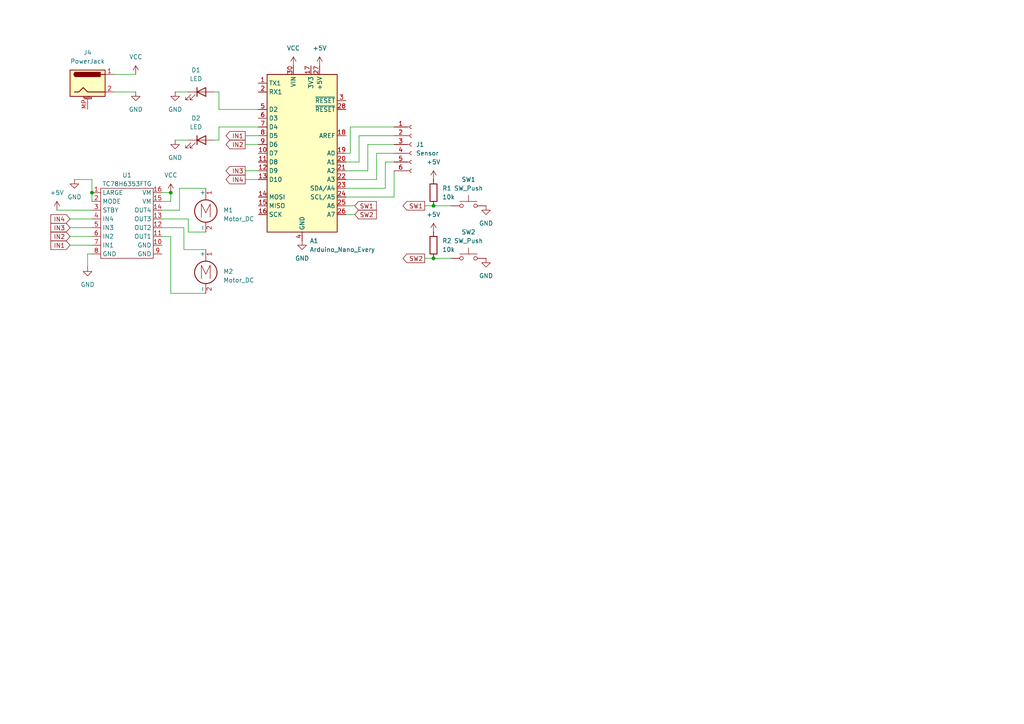
<source format=kicad_sch>
(kicad_sch (version 20231120) (generator "eeschema") (generator_version "8.0")
  (paper "A4")
  (lib_symbols
    (symbol "Connector:Barrel_Jack_MountingPin" (pin_names hide)
      (property "Reference" "J" (at 0 5.334 0))
      (property "Value" "Barrel_Jack_MountingPin" (at 1.27 -6.35 0))
      (symbol "Barrel_Jack_MountingPin_0_1"
        (rectangle (start -5.08 3.81) (end 5.08 -3.81) (stroke (width 0.254)) (fill (type background)))
        (arc (start -3.302 3.175) (mid -3.9343 2.54) (end -3.302 1.905) (stroke (width 0.254)))
        (arc (start -3.302 3.175) (mid -3.9343 2.54) (end -3.302 1.905) (stroke (width 0.254)) (fill (type outline)))
        (polyline (pts (xy 5.08 2.54) (xy 3.81 2.54)) (stroke (width 0.254)))
        (polyline (pts (xy -3.81 -2.54) (xy -2.54 -2.54) (xy -1.27 -1.27) (xy 0 -2.54) (xy 2.54 -2.54) (xy 5.08 -2.54)) (stroke (width 0.254)))
        (rectangle (start 3.683 3.175) (end -3.302 1.905) (stroke (width 0.254)) (fill (type outline)))
      )
      (symbol "Barrel_Jack_MountingPin_1_1"
        (polyline (pts (xy -1.016 -4.572) (xy 1.016 -4.572)) (stroke (width 0.1524)))
        (text "Mounting" (at 0 -4.191 0) (effects (font (size 0.381 0.381))))
        (pin passive line (at 7.62 2.54 180) (length 2.54) (name "~") (number "1"))
        (pin passive line (at 7.62 -2.54 180) (length 2.54) (name "~") (number "2"))
        (pin passive line (at 0 -7.62 90) (length 3.048) (name "MountPin") (number "MP"))
      )
    )
    (symbol "Connector:Conn_01x06_Socket" (pin_names (offset 1.016) hide)
      (property "Reference" "J" (at 0 7.62 0))
      (property "Value" "Conn_01x06_Socket" (at 0 -10.16 0))
      (symbol "Conn_01x06_Socket_1_1"
        (arc (start 0 -7.112) (mid -0.5058 -7.62) (end 0 -8.128) (stroke (width 0.1524)))
        (arc (start 0 -4.572) (mid -0.5058 -5.08) (end 0 -5.588) (stroke (width 0.1524)))
        (arc (start 0 -2.032) (mid -0.5058 -2.54) (end 0 -3.048) (stroke (width 0.1524)))
        (polyline (pts (xy -1.27 -7.62) (xy -0.508 -7.62)) (stroke (width 0.1524)))
        (polyline (pts (xy -1.27 -5.08) (xy -0.508 -5.08)) (stroke (width 0.1524)))
        (polyline (pts (xy -1.27 -2.54) (xy -0.508 -2.54)) (stroke (width 0.1524)))
        (polyline (pts (xy -1.27 0) (xy -0.508 0)) (stroke (width 0.1524)))
        (polyline (pts (xy -1.27 2.54) (xy -0.508 2.54)) (stroke (width 0.1524)))
        (polyline (pts (xy -1.27 5.08) (xy -0.508 5.08)) (stroke (width 0.1524)))
        (arc (start 0 0.508) (mid -0.5058 0) (end 0 -0.508) (stroke (width 0.1524)))
        (arc (start 0 3.048) (mid -0.5058 2.54) (end 0 2.032) (stroke (width 0.1524)))
        (arc (start 0 5.588) (mid -0.5058 5.08) (end 0 4.572) (stroke (width 0.1524)))
        (pin passive line (at -5.08 5.08 0) (length 3.81) (name "Pin_1") (number "1"))
        (pin passive line (at -5.08 2.54 0) (length 3.81) (name "Pin_2") (number "2"))
        (pin passive line (at -5.08 0 0) (length 3.81) (name "Pin_3") (number "3"))
        (pin passive line (at -5.08 -2.54 0) (length 3.81) (name "Pin_4") (number "4"))
        (pin passive line (at -5.08 -5.08 0) (length 3.81) (name "Pin_5") (number "5"))
        (pin passive line (at -5.08 -7.62 0) (length 3.81) (name "Pin_6") (number "6"))
      )
    )
    (symbol "Device:LED" (pin_numbers hide) (pin_names (offset 1.016) hide)
      (property "Reference" "D" (at 0 2.54 0))
      (property "Value" "LED" (at 0 -2.54 0))
      (symbol "LED_0_1"
        (polyline (pts (xy -1.27 -1.27) (xy -1.27 1.27)) (stroke (width 0.254)))
        (polyline (pts (xy -1.27 0) (xy 1.27 0)))
        (polyline (pts (xy 1.27 -1.27) (xy 1.27 1.27) (xy -1.27 0) (xy 1.27 -1.27)) (stroke (width 0.254)))
        (polyline (pts (xy -3.048 -0.762) (xy -4.572 -2.286) (xy -3.81 -2.286) (xy -4.572 -2.286) (xy -4.572 -1.524)))
        (polyline (pts (xy -1.778 -0.762) (xy -3.302 -2.286) (xy -2.54 -2.286) (xy -3.302 -2.286) (xy -3.302 -1.524)))
      )
      (symbol "LED_1_1"
        (pin passive line (at -3.81 0 0) (length 2.54) (name "K") (number "1"))
        (pin passive line (at 3.81 0 180) (length 2.54) (name "A") (number "2"))
      )
    )
    (symbol "Device:R" (pin_numbers hide) (pin_names (offset 0))
      (property "Reference" "R" (at 2.032 0 90))
      (property "Value" "R" (at 0 0 90))
      (symbol "R_0_1"
        (rectangle (start -1.016 -2.54) (end 1.016 2.54) (stroke (width 0.254)))
      )
      (symbol "R_1_1"
        (pin passive line (at 0 3.81 270) (length 1.27) (name "~") (number "1"))
        (pin passive line (at 0 -3.81 90) (length 1.27) (name "~") (number "2"))
      )
    )
    (symbol "MCU_Module:Arduino_Nano_Every"
      (property "Reference" "A" (at -10.16 23.495 0))
      (property "Value" "Arduino_Nano_Every" (at 5.08 -24.13 0))
      (symbol "Arduino_Nano_Every_0_1"
        (rectangle (start -10.16 22.86) (end 10.16 -22.86) (stroke (width 0.254)) (fill (type background)))
      )
      (symbol "Arduino_Nano_Every_1_1"
        (pin bidirectional line (at -12.7 20.32 0) (length 2.54) (name "TX1") (number "1"))
        (pin bidirectional line (at -12.7 0 0) (length 2.54) (name "D7") (number "10"))
        (pin bidirectional line (at -12.7 -2.54 0) (length 2.54) (name "D8") (number "11"))
        (pin bidirectional line (at -12.7 -5.08 0) (length 2.54) (name "D9") (number "12"))
        (pin bidirectional line (at -12.7 -7.62 0) (length 2.54) (name "D10") (number "13"))
        (pin bidirectional line (at -12.7 -12.7 0) (length 2.54) (name "MOSI") (number "14"))
        (pin bidirectional line (at -12.7 -15.24 0) (length 2.54) (name "MISO") (number "15"))
        (pin bidirectional line (at -12.7 -17.78 0) (length 2.54) (name "SCK") (number "16"))
        (pin power_out line (at 2.54 25.4 270) (length 2.54) (name "3V3") (number "17"))
        (pin input line (at 12.7 5.08 180) (length 2.54) (name "AREF") (number "18"))
        (pin bidirectional line (at 12.7 0 180) (length 2.54) (name "A0") (number "19"))
        (pin bidirectional line (at -12.7 17.78 0) (length 2.54) (name "RX1") (number "2"))
        (pin bidirectional line (at 12.7 -2.54 180) (length 2.54) (name "A1") (number "20"))
        (pin bidirectional line (at 12.7 -5.08 180) (length 2.54) (name "A2") (number "21"))
        (pin bidirectional line (at 12.7 -7.62 180) (length 2.54) (name "A3") (number "22"))
        (pin bidirectional line (at 12.7 -10.16 180) (length 2.54) (name "SDA/A4") (number "23"))
        (pin bidirectional line (at 12.7 -12.7 180) (length 2.54) (name "SCL/A5") (number "24"))
        (pin bidirectional line (at 12.7 -15.24 180) (length 2.54) (name "A6") (number "25"))
        (pin bidirectional line (at 12.7 -17.78 180) (length 2.54) (name "A7") (number "26"))
        (pin power_out line (at 5.08 25.4 270) (length 2.54) (name "+5V") (number "27"))
        (pin input line (at 12.7 12.7 180) (length 2.54) (name "~{RESET}") (number "28"))
        (pin passive line (at 0 -25.4 90) (length 2.54) hide (name "GND") (number "29"))
        (pin input line (at 12.7 15.24 180) (length 2.54) (name "~{RESET}") (number "3"))
        (pin power_in line (at -2.54 25.4 270) (length 2.54) (name "VIN") (number "30"))
        (pin power_in line (at 0 -25.4 90) (length 2.54) (name "GND") (number "4"))
        (pin bidirectional line (at -12.7 12.7 0) (length 2.54) (name "D2") (number "5"))
        (pin bidirectional line (at -12.7 10.16 0) (length 2.54) (name "D3") (number "6"))
        (pin bidirectional line (at -12.7 7.62 0) (length 2.54) (name "D4") (number "7"))
        (pin bidirectional line (at -12.7 5.08 0) (length 2.54) (name "D5") (number "8"))
        (pin bidirectional line (at -12.7 2.54 0) (length 2.54) (name "D6") (number "9"))
      )
    )
    (symbol "Motor:Motor_DC" (pin_names (offset 0))
      (property "Reference" "M" (at 2.54 2.54 0))
      (property "Value" "Motor_DC" (at 2.54 -5.08 0))
      (symbol "Motor_DC_0_0"
        (polyline (pts (xy -1.27 -3.302) (xy -1.27 0.508) (xy 0 -2.032) (xy 1.27 0.508) (xy 1.27 -3.302)))
      )
      (symbol "Motor_DC_0_1"
        (circle (center 0 -1.524) (radius 3.2512) (stroke (width 0.254)))
        (polyline (pts (xy 0 -7.62) (xy 0 -7.112)))
        (polyline (pts (xy 0 -4.7752) (xy 0 -5.1816)))
        (polyline (pts (xy 0 1.7272) (xy 0 2.0828)))
        (polyline (pts (xy 0 2.032) (xy 0 2.54)))
      )
      (symbol "Motor_DC_1_1"
        (pin passive line (at 0 5.08 270) (length 2.54) (name "+") (number "1"))
        (pin passive line (at 0 -7.62 90) (length 2.54) (name "-") (number "2"))
      )
    )
    (symbol "Switch:SW_Push" (pin_numbers hide) (pin_names (offset 1.016) hide)
      (property "Reference" "SW" (at 1.27 2.54 0))
      (property "Value" "SW_Push" (at 0 -1.524 0))
      (symbol "SW_Push_0_1"
        (circle (center -2.032 0) (radius 0.508))
        (polyline (pts (xy 0 1.27) (xy 0 3.048)))
        (polyline (pts (xy 2.54 1.27) (xy -2.54 1.27)))
        (circle (center 2.032 0) (radius 0.508))
        (pin passive line (at -5.08 0 0) (length 2.54) (name "1") (number "1"))
        (pin passive line (at 5.08 0 180) (length 2.54) (name "2") (number "2"))
      )
    )
    (symbol "power:+5V" (power) (pin_numbers hide) (pin_names (offset 0) hide)
      (property "Value" "+5V" (at 0 3.556 0))
      (symbol "+5V_0_1"
        (polyline (pts (xy -0.762 1.27) (xy 0 2.54)))
        (polyline (pts (xy 0 0) (xy 0 2.54)))
        (polyline (pts (xy 0 2.54) (xy 0.762 1.27)))
      )
      (symbol "+5V_1_1"
        (pin power_in line (at 0 0 90) (length 0) (name "~") (number "1"))
      )
    )
    (symbol "power:GND" (power) (pin_numbers hide) (pin_names (offset 0) hide)
      (property "Value" "GND" (at 0 -3.81 0))
      (symbol "GND_0_1"
        (polyline (pts (xy 0 0) (xy 0 -1.27) (xy 1.27 -1.27) (xy 0 -2.54) (xy -1.27 -1.27) (xy 0 -1.27)))
      )
      (symbol "GND_1_1"
        (pin power_in line (at 0 0 270) (length 0) (name "~") (number "1"))
      )
    )
    (symbol "power:VCC" (power) (pin_numbers hide) (pin_names (offset 0) hide)
      (property "Value" "VCC" (at 0 3.556 0))
      (symbol "VCC_0_1"
        (polyline (pts (xy -0.762 1.27) (xy 0 2.54)))
        (polyline (pts (xy 0 0) (xy 0 2.54)))
        (polyline (pts (xy 0 2.54) (xy 0.762 1.27)))
      )
      (symbol "VCC_1_1"
        (pin power_in line (at 0 0 90) (length 0) (name "~") (number "1"))
      )
    )
    (symbol "自作:TC78H653FTG"
      (property "Reference" "U" (at 0 0 0))
      (symbol "TC78H653FTG_0_1"
        (rectangle (start -7.62 10.16) (end 7.62 -10.16))
      )
      (symbol "TC78H653FTG_1_1"
        (pin input line (at -10.16 8.89 0) (length 2.54) (name "LARGE") (number "1"))
        (pin input line (at 10.16 -6.35 180) (length 2.54) (name "GND") (number "10"))
        (pin input line (at 10.16 -3.81 180) (length 2.54) (name "OUT1") (number "11"))
        (pin input line (at 10.16 -1.27 180) (length 2.54) (name "OUT2") (number "12"))
        (pin input line (at 10.16 1.27 180) (length 2.54) (name "OUT3") (number "13"))
        (pin input line (at 10.16 3.81 180) (length 2.54) (name "OUT4") (number "14"))
        (pin input line (at 10.16 6.35 180) (length 2.54) (name "VM") (number "15"))
        (pin input line (at 10.16 8.89 180) (length 2.54) (name "VM") (number "16"))
        (pin input line (at -10.16 6.35 0) (length 2.54) (name "MODE") (number "2"))
        (pin input line (at -10.16 3.81 0) (length 2.54) (name "STBY") (number "3"))
        (pin input line (at -10.16 1.27 0) (length 2.54) (name "IN4") (number "4"))
        (pin input line (at -10.16 -1.27 0) (length 2.54) (name "IN3") (number "5"))
        (pin input line (at -10.16 -3.81 0) (length 2.54) (name "IN2") (number "6"))
        (pin input line (at -10.16 -6.35 0) (length 2.54) (name "IN1") (number "7"))
        (pin input line (at -10.16 -8.89 0) (length 2.54) (name "GND") (number "8"))
        (pin input line (at 10.16 -8.89 180) (length 2.54) (name "GND") (number "9"))
      )
    )
  )
  (junction (at 125.73 74.93))
  (junction (at 26.67 55.88))
  (junction (at 125.73 59.69))
  (junction (at 49.53 55.88))
  (wire (pts (xy 125.73 59.69) (xy 130.81 59.69)))
  (wire (pts (xy 104.14 39.37) (xy 114.3 39.37)))
  (wire (pts (xy 101.6 36.83) (xy 101.6 44.45)))
  (wire (pts (xy 106.68 49.53) (xy 100.33 49.53)))
  (wire (pts (xy 63.5 36.83) (xy 74.93 36.83)))
  (wire (pts (xy 16.51 60.96) (xy 26.67 60.96)))
  (wire (pts (xy 71.12 49.53) (xy 74.93 49.53)))
  (wire (pts (xy 20.32 68.58) (xy 26.67 68.58)))
  (wire (pts (xy 123.19 74.93) (xy 125.73 74.93)))
  (wire (pts (xy 109.22 44.45) (xy 109.22 52.07)))
  (wire (pts (xy 71.12 52.07) (xy 74.93 52.07)))
  (wire (pts (xy 63.5 26.67) (xy 63.5 31.75)))
  (wire (pts (xy 125.73 74.93) (xy 130.81 74.93)))
  (wire (pts (xy 101.6 36.83) (xy 114.3 36.83)))
  (wire (pts (xy 111.76 46.99) (xy 114.3 46.99)))
  (wire (pts (xy 100.33 62.23) (xy 102.87 62.23)))
  (wire (pts (xy 46.99 58.42) (xy 49.53 58.42)))
  (wire (pts (xy 26.67 52.07) (xy 26.67 55.88)))
  (wire (pts (xy 109.22 52.07) (xy 100.33 52.07)))
  (wire (pts (xy 54.61 67.31) (xy 59.69 67.31)))
  (wire (pts (xy 46.99 60.96) (xy 52.07 60.96)))
  (wire (pts (xy 49.53 68.58) (xy 49.53 85.09)))
  (wire (pts (xy 71.12 41.91) (xy 74.93 41.91)))
  (wire (pts (xy 53.34 72.39) (xy 59.69 72.39)))
  (wire (pts (xy 25.4 73.66) (xy 25.4 77.47)))
  (wire (pts (xy 46.99 63.5) (xy 54.61 63.5)))
  (wire (pts (xy 123.19 59.69) (xy 125.73 59.69)))
  (wire (pts (xy 33.02 26.67) (xy 39.37 26.67)))
  (wire (pts (xy 20.32 71.12) (xy 26.67 71.12)))
  (wire (pts (xy 21.59 52.07) (xy 26.67 52.07)))
  (wire (pts (xy 114.3 49.53) (xy 114.3 57.15)))
  (wire (pts (xy 25.4 73.66) (xy 26.67 73.66)))
  (wire (pts (xy 62.23 40.64) (xy 63.5 40.64)))
  (wire (pts (xy 100.33 59.69) (xy 102.87 59.69)))
  (wire (pts (xy 53.34 66.04) (xy 53.34 72.39)))
  (wire (pts (xy 109.22 44.45) (xy 114.3 44.45)))
  (wire (pts (xy 46.99 66.04) (xy 53.34 66.04)))
  (wire (pts (xy 101.6 44.45) (xy 100.33 44.45)))
  (wire (pts (xy 46.99 55.88) (xy 49.53 55.88)))
  (wire (pts (xy 114.3 57.15) (xy 100.33 57.15)))
  (wire (pts (xy 52.07 60.96) (xy 52.07 54.61)))
  (wire (pts (xy 111.76 46.99) (xy 111.76 54.61)))
  (wire (pts (xy 63.5 31.75) (xy 74.93 31.75)))
  (wire (pts (xy 71.12 39.37) (xy 74.93 39.37)))
  (wire (pts (xy 106.68 41.91) (xy 106.68 49.53)))
  (wire (pts (xy 106.68 41.91) (xy 114.3 41.91)))
  (wire (pts (xy 52.07 54.61) (xy 59.69 54.61)))
  (wire (pts (xy 50.8 26.67) (xy 54.61 26.67)))
  (wire (pts (xy 62.23 26.67) (xy 63.5 26.67)))
  (wire (pts (xy 49.53 85.09) (xy 59.69 85.09)))
  (wire (pts (xy 20.32 63.5) (xy 26.67 63.5)))
  (wire (pts (xy 26.67 55.88) (xy 26.67 58.42)))
  (wire (pts (xy 49.53 58.42) (xy 49.53 55.88)))
  (wire (pts (xy 111.76 54.61) (xy 100.33 54.61)))
  (wire (pts (xy 33.02 21.59) (xy 39.37 21.59)))
  (wire (pts (xy 63.5 40.64) (xy 63.5 36.83)))
  (wire (pts (xy 20.32 66.04) (xy 26.67 66.04)))
  (wire (pts (xy 104.14 46.99) (xy 100.33 46.99)))
  (wire (pts (xy 50.8 40.64) (xy 54.61 40.64)))
  (wire (pts (xy 104.14 39.37) (xy 104.14 46.99)))
  (wire (pts (xy 54.61 63.5) (xy 54.61 67.31)))
  (wire (pts (xy 46.99 68.58) (xy 49.53 68.58)))
  (global_label "SW1" (shape input) (at 102.87 59.69 0) (property "Intersheetrefs" "${INTERSHEET_REFS}" (effects (hide yes))))
  (global_label "IN1" (shape input) (at 20.32 71.12 180) (property "Intersheetrefs" "${INTERSHEET_REFS}" (effects (hide yes))))
  (global_label "IN2" (shape output) (at 71.12 41.91 180) (property "Intersheetrefs" "${INTERSHEET_REFS}" (effects (hide yes))))
  (global_label "SW2" (shape output) (at 123.19 74.93 180) (property "Intersheetrefs" "${INTERSHEET_REFS}" (effects (hide yes))))
  (global_label "IN4" (shape output) (at 71.12 52.07 180) (property "Intersheetrefs" "${INTERSHEET_REFS}" (effects (hide yes))))
  (global_label "IN1" (shape output) (at 71.12 39.37 180) (property "Intersheetrefs" "${INTERSHEET_REFS}" (effects (hide yes))))
  (global_label "IN3" (shape output) (at 71.12 49.53 180) (property "Intersheetrefs" "${INTERSHEET_REFS}" (effects (hide yes))))
  (global_label "IN4" (shape input) (at 20.32 63.5 180) (property "Intersheetrefs" "${INTERSHEET_REFS}" (effects (hide yes))))
  (global_label "IN2" (shape input) (at 20.32 68.58 180) (property "Intersheetrefs" "${INTERSHEET_REFS}" (effects (hide yes))))
  (global_label "SW1" (shape output) (at 123.19 59.69 180) (property "Intersheetrefs" "${INTERSHEET_REFS}" (effects (hide yes))))
  (global_label "IN3" (shape input) (at 20.32 66.04 180) (property "Intersheetrefs" "${INTERSHEET_REFS}" (effects (hide yes))))
  (global_label "SW2" (shape input) (at 102.87 62.23 0) (property "Intersheetrefs" "${INTERSHEET_REFS}" (effects (hide yes))))
  (symbol (lib_id "power:GND") (at 21.59 52.07 0) (unit 1)
    (property "Reference" "#PWR010" (effects (hide yes)))
    (property "Value" "GND" (at 21.59 57.15 0))
    (property "Description" "Power symbol creates a global label with name \"GND\" , ground" (effects (hide yes)))
  )
  (symbol (lib_id "power:+5V") (at 125.73 67.31 0) (unit 1)
    (property "Reference" "#PWR06" (effects (hide yes)))
    (property "Value" "+5V" (at 125.73 62.23 0))
    (property "Description" "Power symbol creates a global label with name \"+5V\"" (effects (hide yes)))
  )
  (symbol (lib_id "Device:R") (at 125.73 71.12 0) (unit 1)
    (property "Reference" "R2" (at 128.27 69.8499 0) (effects (justify left)))
    (property "Value" "10k" (at 128.27 72.3899 0) (effects (justify left)))
    (property "Footprint" "Resistor_THT:R_Axial_DIN0204_L3.6mm_D1.6mm_P5.08mm_Horizontal" (effects (hide yes)))
    (property "Description" "Resistor" (effects (hide yes)))
  )
  (symbol (lib_id "power:VCC") (at 39.37 21.59 0) (unit 1)
    (property "Reference" "#PWR016" (effects (hide yes)))
    (property "Value" "VCC" (at 39.37 16.51 0))
    (property "Description" "Power symbol creates a global label with name \"VCC\"" (effects (hide yes)))
  )
  (symbol (lib_id "Motor:Motor_DC") (at 59.69 77.47 0) (unit 1)
    (property "Reference" "M2" (at 64.77 78.7399 0) (effects (justify left)))
    (property "Value" "Motor_DC" (at 64.77 81.2799 0) (effects (justify left)))
    (property "Description" "DC Motor" (effects (hide yes)))
  )
  (symbol (lib_id "Device:LED") (at 58.42 40.64 0) (unit 1)
    (property "Reference" "D2" (at 56.8325 34.29 0))
    (property "Value" "LED" (at 56.8325 36.83 0))
    (property "Footprint" "LED_THT:LED_D3.0mm" (effects (hide yes)))
    (property "Description" "Light emitting diode" (effects (hide yes)))
  )
  (symbol (lib_id "power:+5V") (at 16.51 60.96 0) (unit 1)
    (property "Reference" "#PWR011" (effects (hide yes)))
    (property "Value" "+5V" (at 16.51 55.88 0))
    (property "Description" "Power symbol creates a global label with name \"+5V\"" (effects (hide yes)))
  )
  (symbol (lib_id "Connector:Barrel_Jack_MountingPin") (at 25.4 24.13 0) (unit 1)
    (property "Reference" "J4" (at 25.4 15.24 0))
    (property "Value" "PowerJack" (at 25.4 17.78 0))
    (property "Footprint" "Connector_BarrelJack:BarrelJack_Horizontal" (effects (hide yes)))
    (property "Description" "DC Barrel Jack with a mounting pin" (effects (hide yes)))
  )
  (symbol (lib_id "power:+5V") (at 125.73 52.07 0) (unit 1)
    (property "Reference" "#PWR07" (effects (hide yes)))
    (property "Value" "+5V" (at 125.73 46.99 0))
    (property "Description" "Power symbol creates a global label with name \"+5V\"" (effects (hide yes)))
  )
  (symbol (lib_id "Connector:Conn_01x06_Socket") (at 119.38 41.91 0) (unit 1)
    (property "Reference" "J1" (at 120.65 41.9099 0) (effects (justify left)))
    (property "Value" "Sensor" (at 120.65 44.4499 0) (effects (justify left)))
    (property "Footprint" "Connector_PinSocket_2.54mm:PinSocket_1x06_P2.54mm_Vertical" (effects (hide yes)))
    (property "Description" "Generic connector, single row, 01x06, script generated" (effects (hide yes)))
  )
  (symbol (lib_id "Switch:SW_Push") (at 135.89 59.69 0) (unit 1)
    (property "Reference" "SW1" (at 135.89 52.07 0))
    (property "Value" "SW_Push" (at 135.89 54.61 0))
    (property "Footprint" "自作:SW" (effects (hide yes)))
    (property "Description" "Push button switch, generic, two pins" (effects (hide yes)))
  )
  (symbol (lib_id "power:GND") (at 39.37 26.67 0) (unit 1)
    (property "Reference" "#PWR015" (effects (hide yes)))
    (property "Value" "GND" (at 39.37 31.75 0))
    (property "Description" "Power symbol creates a global label with name \"GND\" , ground" (effects (hide yes)))
  )
  (symbol (lib_id "power:VCC") (at 49.53 55.88 0) (unit 1)
    (property "Reference" "#PWR08" (effects (hide yes)))
    (property "Value" "VCC" (at 49.53 50.8 0))
    (property "Description" "Power symbol creates a global label with name \"VCC\"" (effects (hide yes)))
  )
  (symbol (lib_id "power:GND") (at 140.97 74.93 0) (unit 1)
    (property "Reference" "#PWR04" (effects (hide yes)))
    (property "Value" "GND" (at 140.97 80.01 0))
    (property "Description" "Power symbol creates a global label with name \"GND\" , ground" (effects (hide yes)))
  )
  (symbol (lib_id "power:GND") (at 87.63 69.85 0) (unit 1)
    (property "Reference" "#PWR03" (effects (hide yes)))
    (property "Value" "GND" (at 87.63 74.93 0))
    (property "Description" "Power symbol creates a global label with name \"GND\" , ground" (effects (hide yes)))
  )
  (symbol (lib_id "Device:R") (at 125.73 55.88 0) (unit 1)
    (property "Reference" "R1" (at 128.27 54.6099 0) (effects (justify left)))
    (property "Value" "10k" (at 128.27 57.1499 0) (effects (justify left)))
    (property "Footprint" "Resistor_THT:R_Axial_DIN0204_L3.6mm_D1.6mm_P5.08mm_Horizontal" (effects (hide yes)))
    (property "Description" "Resistor" (effects (hide yes)))
  )
  (symbol (lib_id "power:VCC") (at 85.09 19.05 0) (unit 1)
    (property "Reference" "#PWR01" (effects (hide yes)))
    (property "Value" "VCC" (at 85.09 13.97 0))
    (property "Description" "Power symbol creates a global label with name \"VCC\"" (effects (hide yes)))
  )
  (symbol (lib_id "power:GND") (at 50.8 26.67 0) (unit 1)
    (property "Reference" "#PWR012" (effects (hide yes)))
    (property "Value" "GND" (at 50.8 31.75 0))
    (property "Description" "Power symbol creates a global label with name \"GND\" , ground" (effects (hide yes)))
  )
  (symbol (lib_id "power:GND") (at 25.4 77.47 0) (unit 1)
    (property "Reference" "#PWR09" (effects (hide yes)))
    (property "Value" "GND" (at 25.4 82.55 0))
    (property "Description" "Power symbol creates a global label with name \"GND\" , ground" (effects (hide yes)))
  )
  (symbol (lib_id "power:GND") (at 140.97 59.69 0) (unit 1)
    (property "Reference" "#PWR05" (effects (hide yes)))
    (property "Value" "GND" (at 140.97 64.77 0))
    (property "Description" "Power symbol creates a global label with name \"GND\" , ground" (effects (hide yes)))
  )
  (symbol (lib_id "Device:LED") (at 58.42 26.67 0) (unit 1)
    (property "Reference" "D1" (at 56.8325 20.32 0))
    (property "Value" "LED" (at 56.8325 22.86 0))
    (property "Footprint" "LED_THT:LED_D3.0mm" (effects (hide yes)))
    (property "Description" "Light emitting diode" (effects (hide yes)))
  )
  (symbol (lib_id "power:+5V") (at 92.71 19.05 0) (unit 1)
    (property "Reference" "#PWR02" (effects (hide yes)))
    (property "Value" "+5V" (at 92.71 13.97 0))
    (property "Description" "Power symbol creates a global label with name \"+5V\"" (effects (hide yes)))
  )
  (symbol (lib_id "MCU_Module:Arduino_Nano_Every") (at 87.63 44.45 0) (unit 1)
    (property "Reference" "A1" (at 89.8241 69.85 0) (effects (justify left)))
    (property "Value" "Arduino_Nano_Every" (at 89.8241 72.39 0) (effects (justify left)))
    (property "Footprint" "Module:Arduino_Nano" (effects (hide yes)))
    (property "Datasheet" "https://content.arduino.cc/assets/NANOEveryV3.0_sch.pdf" (effects (hide yes)))
    (property "Description" "Arduino Nano Every" (effects (hide yes)))
  )
  (symbol (lib_id "自作:TC78H653FTG") (at 36.83 64.77 0) (unit 1)
    (property "Reference" "U1" (at 36.83 50.8 0))
    (property "Value" "TC78H6353FTG" (at 36.83 53.34 0))
    (property "Footprint" "自作:TC78H6353FTG" (effects (hide yes)))
  )
  (symbol (lib_id "Switch:SW_Push") (at 135.89 74.93 0) (unit 1)
    (property "Reference" "SW2" (at 135.89 67.31 0))
    (property "Value" "SW_Push" (at 135.89 69.85 0))
    (property "Footprint" "自作:SW" (effects (hide yes)))
    (property "Description" "Push button switch, generic, two pins" (effects (hide yes)))
  )
  (symbol (lib_id "Motor:Motor_DC") (at 59.69 59.69 0) (unit 1)
    (property "Reference" "M1" (at 64.77 60.9599 0) (effects (justify left)))
    (property "Value" "Motor_DC" (at 64.77 63.4999 0) (effects (justify left)))
    (property "Description" "DC Motor" (effects (hide yes)))
  )
  (symbol (lib_id "power:GND") (at 50.8 40.64 0) (unit 1)
    (property "Reference" "#PWR013" (effects (hide yes)))
    (property "Value" "GND" (at 50.8 45.72 0))
    (property "Description" "Power symbol creates a global label with name \"GND\" , ground" (effects (hide yes)))
  )
)
</source>
